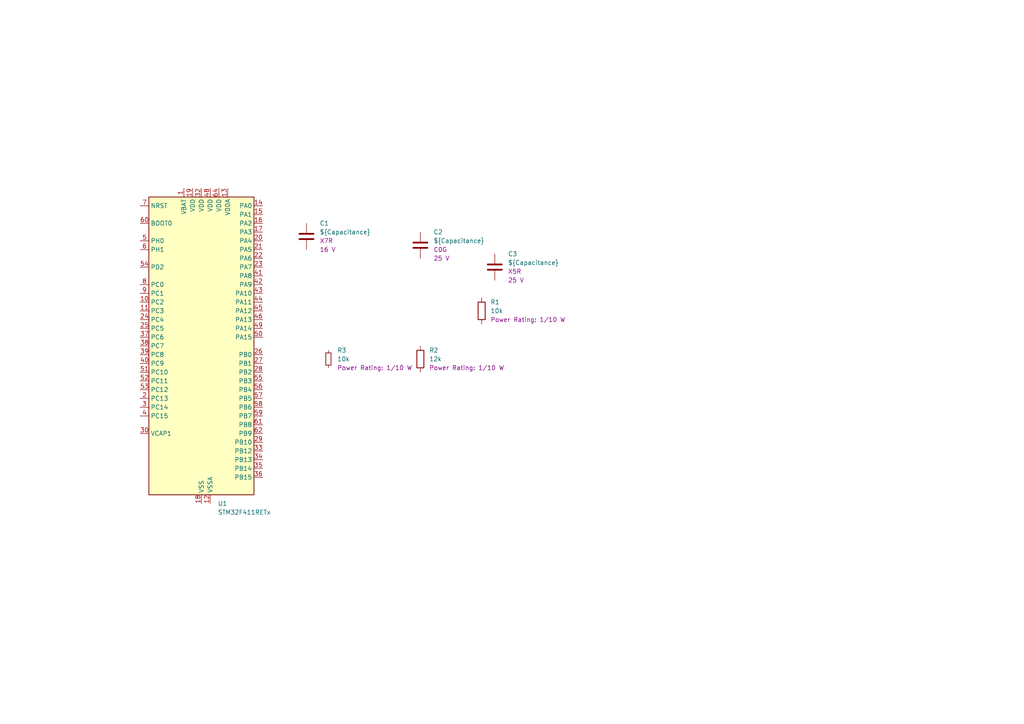
<source format=kicad_sch>
(kicad_sch (version 20231120) (generator "eeschema") (generator_version "8.0")
  (paper "A4")
  (title_block (title "${PROJECTNAME}") (rev "1.0") (company "Company") (comment 1 "Comment1") (comment 2 "Comment2") (comment 3 "Comment3") (comment 4 "Comment4") (comment 5 "Comment5") (comment 6 "Comment6") (comment 7 "Comment7") (comment 8 "Comment8") (comment 9 "Comment9"))
  (lib_symbols
    (symbol "AtomicLib:Capacitors/CAP-001" (pin_numbers hide) (pin_names (offset 0.254))
      (property "Reference" "C" (at 0.635 2.54 0))
      (property "Value" "${Capacitance}" (at 0.635 -2.54 0))
      (property "Dielectric" "X7R" (at 0 0 0))
      (property "Voltage Rating" "16 V" (at 0 0 0))
      (symbol "Capacitors/CAP-001_0_1"
        (polyline (pts (xy -2.032 -0.762) (xy 2.032 -0.762)) (stroke (width 0.508)))
        (polyline (pts (xy -2.032 0.762) (xy 2.032 0.762)) (stroke (width 0.508)))
      )
      (symbol "Capacitors/CAP-001_1_1"
        (pin passive line (at 0 3.81 270) (length 2.794) (name "~") (number "1"))
        (pin passive line (at 0 -3.81 90) (length 2.794) (name "~") (number "2"))
      )
    )
    (symbol "AtomicLib:Capacitors/CAP-002" (pin_numbers hide) (pin_names (offset 0.254))
      (property "Reference" "C" (at 0.635 2.54 0))
      (property "Value" "${Capacitance}" (at 0.635 -2.54 0))
      (property "Dielectric" "C0G" (at 0 0 0))
      (property "Voltage Rating" "25 V" (at 0 0 0))
      (symbol "Capacitors/CAP-002_0_1"
        (polyline (pts (xy -2.032 -0.762) (xy 2.032 -0.762)) (stroke (width 0.508)))
        (polyline (pts (xy -2.032 0.762) (xy 2.032 0.762)) (stroke (width 0.508)))
      )
      (symbol "Capacitors/CAP-002_1_1"
        (pin passive line (at 0 3.81 270) (length 2.794) (name "~") (number "1"))
        (pin passive line (at 0 -3.81 90) (length 2.794) (name "~") (number "2"))
      )
    )
    (symbol "AtomicLib:Capacitors/CAP-003" (pin_numbers hide) (pin_names (offset 0.254))
      (property "Reference" "C" (at 0.635 2.54 0))
      (property "Value" "${Capacitance}" (at 0.635 -2.54 0))
      (property "Dielectric" "X5R" (at 0 0 0))
      (property "Voltage Rating" "25 V" (at 0 0 0))
      (symbol "Capacitors/CAP-003_0_1"
        (polyline (pts (xy -2.032 -0.762) (xy 2.032 -0.762)) (stroke (width 0.508)))
        (polyline (pts (xy -2.032 0.762) (xy 2.032 0.762)) (stroke (width 0.508)))
      )
      (symbol "Capacitors/CAP-003_1_1"
        (pin passive line (at 0 3.81 270) (length 2.794) (name "~") (number "1"))
        (pin passive line (at 0 -3.81 90) (length 2.794) (name "~") (number "2"))
      )
    )
    (symbol "AtomicLib:Resistors/RES-001" (pin_numbers hide) (pin_names (offset 0))
      (property "Reference" "R" (at 2.032 0 90))
      (property "Value" "${Resistance}" (at 0 0 90))
      (property "Power Rating" "1/10 W" (at 0 0 0) (show_name))
      (symbol "Resistors/RES-001_0_1"
        (rectangle (start -1.016 -2.54) (end 1.016 2.54) (stroke (width 0.254)))
      )
      (symbol "Resistors/RES-001_1_1"
        (pin passive line (at 0 3.81 270) (length 1.27) (name "~") (number "1"))
        (pin passive line (at 0 -3.81 90) (length 1.27) (name "~") (number "2"))
      )
    )
    (symbol "AtomicLib:Resistors/RES-002" (pin_numbers hide) (pin_names (offset 0))
      (property "Reference" "R" (at 2.032 0 90))
      (property "Value" "${Resistance}" (at 0 0 90))
      (property "Power Rating" "1/10 W" (at 0 0 0) (show_name))
      (symbol "Resistors/RES-002_0_1"
        (rectangle (start -1.016 -2.54) (end 1.016 2.54) (stroke (width 0.254)))
      )
      (symbol "Resistors/RES-002_1_1"
        (pin passive line (at 0 3.81 270) (length 1.27) (name "~") (number "1"))
        (pin passive line (at 0 -3.81 90) (length 1.27) (name "~") (number "2"))
      )
    )
    (symbol "MCU_ST_STM32F4:STM32F411RETx"
      (property "Reference" "U" (at -15.24 44.45 0))
      (property "Value" "STM32F411RETx" (at 10.16 44.45 0))
      (symbol "STM32F411RETx_0_1"
        (rectangle (start -15.24 -43.18) (end 15.24 43.18) (stroke (width 0.254)) (fill (type background)))
      )
      (symbol "STM32F411RETx_1_1"
        (pin power_in line (at -5.08 45.72 270) (length 2.54) (name "VBAT") (number "1"))
        (pin bidirectional line (at -17.78 12.7 0) (length 2.54) (name "PC2") (number "10"))
        (pin bidirectional line (at -17.78 10.16 0) (length 2.54) (name "PC3") (number "11"))
        (pin power_in line (at 2.54 -45.72 90) (length 2.54) (name "VSSA") (number "12"))
        (pin power_in line (at 7.62 45.72 270) (length 2.54) (name "VDDA") (number "13"))
        (pin bidirectional line (at 17.78 40.64 180) (length 2.54) (name "PA0") (number "14"))
        (pin bidirectional line (at 17.78 38.1 180) (length 2.54) (name "PA1") (number "15"))
        (pin bidirectional line (at 17.78 35.56 180) (length 2.54) (name "PA2") (number "16"))
        (pin bidirectional line (at 17.78 33.02 180) (length 2.54) (name "PA3") (number "17"))
        (pin power_in line (at 0 -45.72 90) (length 2.54) (name "VSS") (number "18"))
        (pin power_in line (at -2.54 45.72 270) (length 2.54) (name "VDD") (number "19"))
        (pin bidirectional line (at -17.78 -15.24 0) (length 2.54) (name "PC13") (number "2"))
        (pin bidirectional line (at 17.78 30.48 180) (length 2.54) (name "PA4") (number "20"))
        (pin bidirectional line (at 17.78 27.94 180) (length 2.54) (name "PA5") (number "21"))
        (pin bidirectional line (at 17.78 25.4 180) (length 2.54) (name "PA6") (number "22"))
        (pin bidirectional line (at 17.78 22.86 180) (length 2.54) (name "PA7") (number "23"))
        (pin bidirectional line (at -17.78 7.62 0) (length 2.54) (name "PC4") (number "24"))
        (pin bidirectional line (at -17.78 5.08 0) (length 2.54) (name "PC5") (number "25"))
        (pin bidirectional line (at 17.78 -2.54 180) (length 2.54) (name "PB0") (number "26"))
        (pin bidirectional line (at 17.78 -5.08 180) (length 2.54) (name "PB1") (number "27"))
        (pin bidirectional line (at 17.78 -7.62 180) (length 2.54) (name "PB2") (number "28"))
        (pin bidirectional line (at 17.78 -27.94 180) (length 2.54) (name "PB10") (number "29"))
        (pin bidirectional line (at -17.78 -17.78 0) (length 2.54) (name "PC14") (number "3"))
        (pin power_out line (at -17.78 -25.4 0) (length 2.54) (name "VCAP1") (number "30"))
        (pin passive line (at 0 -45.72 90) (length 2.54) hide (name "VSS") (number "31"))
        (pin power_in line (at 0 45.72 270) (length 2.54) (name "VDD") (number "32"))
        (pin bidirectional line (at 17.78 -30.48 180) (length 2.54) (name "PB12") (number "33"))
        (pin bidirectional line (at 17.78 -33.02 180) (length 2.54) (name "PB13") (number "34"))
        (pin bidirectional line (at 17.78 -35.56 180) (length 2.54) (name "PB14") (number "35"))
        (pin bidirectional line (at 17.78 -38.1 180) (length 2.54) (name "PB15") (number "36"))
        (pin bidirectional line (at -17.78 2.54 0) (length 2.54) (name "PC6") (number "37"))
        (pin bidirectional line (at -17.78 0 0) (length 2.54) (name "PC7") (number "38"))
        (pin bidirectional line (at -17.78 -2.54 0) (length 2.54) (name "PC8") (number "39"))
        (pin bidirectional line (at -17.78 -20.32 0) (length 2.54) (name "PC15") (number "4"))
        (pin bidirectional line (at -17.78 -5.08 0) (length 2.54) (name "PC9") (number "40"))
        (pin bidirectional line (at 17.78 20.32 180) (length 2.54) (name "PA8") (number "41"))
        (pin bidirectional line (at 17.78 17.78 180) (length 2.54) (name "PA9") (number "42"))
        (pin bidirectional line (at 17.78 15.24 180) (length 2.54) (name "PA10") (number "43"))
        (pin bidirectional line (at 17.78 12.7 180) (length 2.54) (name "PA11") (number "44"))
        (pin bidirectional line (at 17.78 10.16 180) (length 2.54) (name "PA12") (number "45"))
        (pin bidirectional line (at 17.78 7.62 180) (length 2.54) (name "PA13") (number "46"))
        (pin passive line (at 0 -45.72 90) (length 2.54) hide (name "VSS") (number "47"))
        (pin power_in line (at 2.54 45.72 270) (length 2.54) (name "VDD") (number "48"))
        (pin bidirectional line (at 17.78 5.08 180) (length 2.54) (name "PA14") (number "49"))
        (pin bidirectional line (at -17.78 30.48 0) (length 2.54) (name "PH0") (number "5"))
        (pin bidirectional line (at 17.78 2.54 180) (length 2.54) (name "PA15") (number "50"))
        (pin bidirectional line (at -17.78 -7.62 0) (length 2.54) (name "PC10") (number "51"))
        (pin bidirectional line (at -17.78 -10.16 0) (length 2.54) (name "PC11") (number "52"))
        (pin bidirectional line (at -17.78 -12.7 0) (length 2.54) (name "PC12") (number "53"))
        (pin bidirectional line (at -17.78 22.86 0) (length 2.54) (name "PD2") (number "54"))
        (pin bidirectional line (at 17.78 -10.16 180) (length 2.54) (name "PB3") (number "55"))
        (pin bidirectional line (at 17.78 -12.7 180) (length 2.54) (name "PB4") (number "56"))
        (pin bidirectional line (at 17.78 -15.24 180) (length 2.54) (name "PB5") (number "57"))
        (pin bidirectional line (at 17.78 -17.78 180) (length 2.54) (name "PB6") (number "58"))
        (pin bidirectional line (at 17.78 -20.32 180) (length 2.54) (name "PB7") (number "59"))
        (pin bidirectional line (at -17.78 27.94 0) (length 2.54) (name "PH1") (number "6"))
        (pin input line (at -17.78 35.56 0) (length 2.54) (name "BOOT0") (number "60"))
        (pin bidirectional line (at 17.78 -22.86 180) (length 2.54) (name "PB8") (number "61"))
        (pin bidirectional line (at 17.78 -25.4 180) (length 2.54) (name "PB9") (number "62"))
        (pin passive line (at 0 -45.72 90) (length 2.54) hide (name "VSS") (number "63"))
        (pin power_in line (at 5.08 45.72 270) (length 2.54) (name "VDD") (number "64"))
        (pin input line (at -17.78 40.64 0) (length 2.54) (name "NRST") (number "7"))
        (pin bidirectional line (at -17.78 17.78 0) (length 2.54) (name "PC0") (number "8"))
        (pin bidirectional line (at -17.78 15.24 0) (length 2.54) (name "PC1") (number "9"))
      )
    )
    (symbol "Resistors/RES-001_1" (pin_numbers hide) (pin_names (offset 0.254) hide)
      (property "Reference" "R" (at 0.762 0.508 0))
      (property "Value" "${Resistance}" (at 0.762 -1.016 0))
      (property "Power Rating" "1/10 W" (at 0 0 0) (show_name))
      (symbol "Resistors/RES-001_1_0_1"
        (rectangle (start -0.762 1.778) (end 0.762 -1.778) (stroke (width 0.2032)))
      )
      (symbol "Resistors/RES-001_1_1_1"
        (pin passive line (at 0 2.54 270) (length 0.762) (name "~") (number "1"))
        (pin passive line (at 0 -2.54 90) (length 0.762) (name "~") (number "2"))
      )
    )
  )
  (symbol (lib_id "AtomicLib:Capacitors/CAP-001") (at 88.9 68.58 0) (unit 1)
    (property "Reference" "C1" (at 92.71 64.7699 0) (effects (justify left)))
    (property "Value" "${Capacitance}" (at 92.71 67.3099 0) (effects (justify left)))
    (property "Footprint" "Capacitor_SMD:C_0402_1005Metric" (effects (hide yes)))
    (property "Description" "CAP CER 0.1UF 16V X7R 0402 😀" (effects (hide yes)))
    (property "Manufacturer" "Murata" (effects (hide yes)))
    (property "MPN" "GRM155R71C104KA88J" (effects (hide yes)))
    (property "Dielectric" "X7R" (at 92.71 69.8499 0) (effects (justify left)))
    (property "Voltage Rating" "16 V" (at 92.71 72.3899 0) (effects (justify left)))
  )
  (symbol (lib_id "AtomicLib:Resistors/RES-002") (at 121.92 104.14 0) (unit 1)
    (property "Reference" "R2" (at 124.46 101.5999 0) (effects (justify left)))
    (property "Value" "${Resistance}" (at 124.46 104.1399 0) (effects (justify left)))
    (property "Footprint" "Resistor_SMD:R_0603_1608Metric" (effects (hide yes)))
    (property "Description" "RES TF SMD 12K 1% 1/10W 0603" (effects (hide yes)))
    (property "Manufacturer" "Yageo" (effects (hide yes)))
    (property "MPN" "RC0603FR-0712KL" (effects (hide yes)))
    (property "Resistance" "12k" (effects (hide yes)))
    (property "Tolerance" "1%" (effects (hide yes)))
    (property "Power Rating" "1/10 W" (at 124.46 106.6799 0) (show_name yes) (effects (justify left)))
  )
  (symbol (lib_id "MCU_ST_STM32F4:STM32F411RETx") (at 58.42 100.33 0) (unit 1)
    (property "Reference" "U1" (at 63.1541 146.05 0) (effects (justify left)))
    (property "Value" "STM32F411RETx" (at 63.1541 148.59 0) (effects (justify left)))
    (property "Footprint" "Package_QFP:LQFP-64_10x10mm_P0.5mm" (effects (hide yes)))
    (property "Datasheet" "https://www.st.com/resource/en/datasheet/stm32f411re.pdf" (effects (hide yes)))
    (property "Description" "STMicroelectronics Arm Cortex-M4 MCU, 512KB flash, 128KB RAM, 100 MHz, 1.7-3.6V, 50 GPIO, LQFP64" (effects (hide yes)))
  )
  (symbol (lib_id "AtomicLib:Resistors/RES-001") (at 139.7 90.17 0) (unit 1)
    (property "Reference" "R1" (at 142.24 87.6299 0) (effects (justify left)))
    (property "Value" "${Resistance}" (at 142.24 90.1699 0) (effects (justify left)))
    (property "Footprint" "Resistor_SMD:R_0603_1608Metric" (effects (hide yes)))
    (property "Description" "RES TF SMD 10K 1% 1/10W 0603" (effects (hide yes)))
    (property "Manufacturer" "Yageo" (effects (hide yes)))
    (property "MPN" "RC0603FR-0710KL" (effects (hide yes)))
    (property "Resistance" "10k" (effects (hide yes)))
    (property "Tolerance" "1%" (effects (hide yes)))
    (property "Power Rating" "1/10 W" (at 142.24 92.7099 0) (show_name yes) (effects (justify left)))
  )
  (symbol (lib_id "AtomicLib:Capacitors/CAP-003") (at 143.51 77.47 0) (unit 1)
    (property "Reference" "C3" (at 147.32 73.6599 0) (effects (justify left)))
    (property "Value" "${Capacitance}" (at 147.32 76.1999 0) (effects (justify left)))
    (property "Footprint" "Capacitor_SMD:C_0402_1005Metric" (effects (hide yes)))
    (property "Description" "CAP CER 1UF 25V X5R 0402" (effects (hide yes)))
    (property "Manufacturer" "Murata" (effects (hide yes)))
    (property "MPN" "GRM155R61E105KA12D" (effects (hide yes)))
    (property "Dielectric" "X5R" (at 147.32 78.7399 0) (effects (justify left)))
    (property "Voltage Rating" "25 V" (at 147.32 81.2799 0) (effects (justify left)))
  )
  (symbol (lib_name "Resistors/RES-001_1") (lib_id "AtomicLib:Resistors/RES-001") (at 95.25 104.14 0) (unit 1)
    (property "Reference" "R3" (at 97.79 101.5999 0) (effects (justify left)))
    (property "Value" "${Resistance}" (at 97.79 104.1399 0) (effects (justify left)))
    (property "Footprint" "Resistor_SMD:R_0603_1608Metric" (effects (hide yes)))
    (property "Description" "RES TF SMD 10K 1% 1/10W 0603" (effects (hide yes)))
    (property "Manufacturer" "Yageo" (effects (hide yes)))
    (property "MPN" "RC0603FR-0710KL" (effects (hide yes)))
    (property "Resistance" "10k" (effects (hide yes)))
    (property "Tolerance" "1%" (effects (hide yes)))
    (property "Power Rating" "1/10 W" (at 97.79 106.6799 0) (show_name yes) (effects (justify left)))
  )
  (symbol (lib_id "AtomicLib:Capacitors/CAP-002") (at 121.92 71.12 0) (unit 1)
    (property "Reference" "C2" (at 125.73 67.3099 0) (effects (justify left)))
    (property "Value" "${Capacitance}" (at 125.73 69.8499 0) (effects (justify left)))
    (property "Footprint" "Capacitor_SMD:C_0201_0603Metric" (effects (hide yes)))
    (property "Description" "CAP CER 10PF 25V C0G/NP0 0201" (effects (hide yes)))
    (property "Manufacturer" "Murata" (effects (hide yes)))
    (property "MPN" "GRM0335C1E100JA01D" (effects (hide yes)))
    (property "Dielectric" "C0G" (at 125.73 72.3899 0) (effects (justify left)))
    (property "Voltage Rating" "25 V" (at 125.73 74.9299 0) (effects (justify left)))
  )
)
</source>
